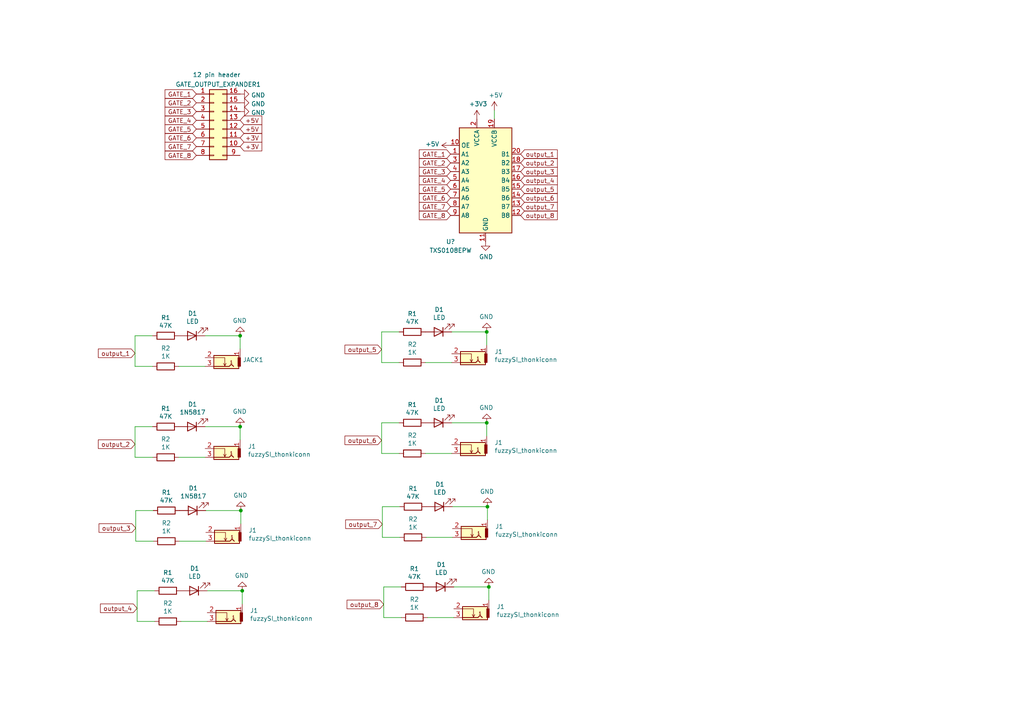
<source format=kicad_sch>
(kicad_sch (version 20230121) (generator eeschema)
  (paper "A4")
  (lib_symbols
    (symbol "Connector_Generic:Conn_02x08_Counter_Clockwise" (pin_names (offset 1.016) hide)
      (property "Reference" "J" (at 1.27 10.16 0))
      (property "Value" "Conn_02x08_Counter_Clockwise" (at 1.27 -12.7 0))
      (symbol "Conn_02x08_Counter_Clockwise_1_1"
        (rectangle (start -1.27 -10.033) (end 0 -10.287) (stroke (width 0.1524)))
        (rectangle (start -1.27 -7.493) (end 0 -7.747) (stroke (width 0.1524)))
        (rectangle (start -1.27 -4.953) (end 0 -5.207) (stroke (width 0.1524)))
        (rectangle (start -1.27 -2.413) (end 0 -2.667) (stroke (width 0.1524)))
        (rectangle (start -1.27 0.127) (end 0 -0.127) (stroke (width 0.1524)))
        (rectangle (start -1.27 2.667) (end 0 2.413) (stroke (width 0.1524)))
        (rectangle (start -1.27 5.207) (end 0 4.953) (stroke (width 0.1524)))
        (rectangle (start -1.27 7.747) (end 0 7.493) (stroke (width 0.1524)))
        (rectangle (start -1.27 8.89) (end 3.81 -11.43) (stroke (width 0.254)) (fill (type background)))
        (rectangle (start 3.81 -10.033) (end 2.54 -10.287) (stroke (width 0.1524)))
        (rectangle (start 3.81 -7.493) (end 2.54 -7.747) (stroke (width 0.1524)))
        (rectangle (start 3.81 -4.953) (end 2.54 -5.207) (stroke (width 0.1524)))
        (rectangle (start 3.81 -2.413) (end 2.54 -2.667) (stroke (width 0.1524)))
        (rectangle (start 3.81 0.127) (end 2.54 -0.127) (stroke (width 0.1524)))
        (rectangle (start 3.81 2.667) (end 2.54 2.413) (stroke (width 0.1524)))
        (rectangle (start 3.81 5.207) (end 2.54 4.953) (stroke (width 0.1524)))
        (rectangle (start 3.81 7.747) (end 2.54 7.493) (stroke (width 0.1524)))
        (pin passive line (at -5.08 7.62 0) (length 3.81) (name "Pin_1") (number "1"))
        (pin passive line (at 7.62 -7.62 180) (length 3.81) (name "Pin_10") (number "10"))
        (pin passive line (at 7.62 -5.08 180) (length 3.81) (name "Pin_11") (number "11"))
        (pin passive line (at 7.62 -2.54 180) (length 3.81) (name "Pin_12") (number "12"))
        (pin passive line (at 7.62 0 180) (length 3.81) (name "Pin_13") (number "13"))
        (pin passive line (at 7.62 2.54 180) (length 3.81) (name "Pin_14") (number "14"))
        (pin passive line (at 7.62 5.08 180) (length 3.81) (name "Pin_15") (number "15"))
        (pin passive line (at 7.62 7.62 180) (length 3.81) (name "Pin_16") (number "16"))
        (pin passive line (at -5.08 5.08 0) (length 3.81) (name "Pin_2") (number "2"))
        (pin passive line (at -5.08 2.54 0) (length 3.81) (name "Pin_3") (number "3"))
        (pin passive line (at -5.08 0 0) (length 3.81) (name "Pin_4") (number "4"))
        (pin passive line (at -5.08 -2.54 0) (length 3.81) (name "Pin_5") (number "5"))
        (pin passive line (at -5.08 -5.08 0) (length 3.81) (name "Pin_6") (number "6"))
        (pin passive line (at -5.08 -7.62 0) (length 3.81) (name "Pin_7") (number "7"))
        (pin passive line (at -5.08 -10.16 0) (length 3.81) (name "Pin_8") (number "8"))
        (pin passive line (at 7.62 -10.16 180) (length 3.81) (name "Pin_9") (number "9"))
      )
    )
    (symbol "Device:LED" (pin_numbers hide) (pin_names (offset 1.016) hide)
      (property "Reference" "D" (at 0 2.54 0))
      (property "Value" "LED" (at 0 -2.54 0))
      (symbol "LED_0_1"
        (polyline (pts (xy -1.27 -1.27) (xy -1.27 1.27)) (stroke (width 0.254)))
        (polyline (pts (xy -1.27 0) (xy 1.27 0)))
        (polyline (pts (xy 1.27 -1.27) (xy 1.27 1.27) (xy -1.27 0) (xy 1.27 -1.27)) (stroke (width 0.254)))
        (polyline (pts (xy -3.048 -0.762) (xy -4.572 -2.286) (xy -3.81 -2.286) (xy -4.572 -2.286) (xy -4.572 -1.524)))
        (polyline (pts (xy -1.778 -0.762) (xy -3.302 -2.286) (xy -2.54 -2.286) (xy -3.302 -2.286) (xy -3.302 -1.524)))
      )
      (symbol "LED_1_1"
        (pin passive line (at -3.81 0 0) (length 2.54) (name "K") (number "1"))
        (pin passive line (at 3.81 0 180) (length 2.54) (name "A") (number "2"))
      )
    )
    (symbol "Device:R" (pin_numbers hide) (pin_names (offset 0))
      (property "Reference" "R" (at 2.032 0 90))
      (property "Value" "R" (at 0 0 90))
      (symbol "R_0_1"
        (rectangle (start -1.016 -2.54) (end 1.016 2.54) (stroke (width 0.254)))
      )
      (symbol "R_1_1"
        (pin passive line (at 0 3.81 270) (length 1.27) (name "~") (number "1"))
        (pin passive line (at 0 -3.81 90) (length 1.27) (name "~") (number "2"))
      )
    )
    (symbol "Logic_LevelTranslator:TXS0108EPW"
      (property "Reference" "U" (at -6.35 16.51 0))
      (property "Value" "TXS0108EPW" (at 3.81 16.51 0))
      (symbol "TXS0108EPW_0_1"
        (rectangle (start -7.62 15.24) (end 7.62 -15.24) (stroke (width 0.254)) (fill (type background)))
      )
      (symbol "TXS0108EPW_1_1"
        (pin bidirectional line (at -10.16 7.62 0) (length 2.54) (name "A1") (number "1"))
        (pin input line (at -10.16 10.16 0) (length 2.54) (name "OE") (number "10"))
        (pin power_in line (at 0 -17.78 90) (length 2.54) (name "GND") (number "11"))
        (pin bidirectional line (at 10.16 -10.16 180) (length 2.54) (name "B8") (number "12"))
        (pin bidirectional line (at 10.16 -7.62 180) (length 2.54) (name "B7") (number "13"))
        (pin bidirectional line (at 10.16 -5.08 180) (length 2.54) (name "B6") (number "14"))
        (pin bidirectional line (at 10.16 -2.54 180) (length 2.54) (name "B5") (number "15"))
        (pin bidirectional line (at 10.16 0 180) (length 2.54) (name "B4") (number "16"))
        (pin bidirectional line (at 10.16 2.54 180) (length 2.54) (name "B3") (number "17"))
        (pin bidirectional line (at 10.16 5.08 180) (length 2.54) (name "B2") (number "18"))
        (pin power_in line (at 2.54 17.78 270) (length 2.54) (name "VCCB") (number "19"))
        (pin power_in line (at -2.54 17.78 270) (length 2.54) (name "VCCA") (number "2"))
        (pin bidirectional line (at 10.16 7.62 180) (length 2.54) (name "B1") (number "20"))
        (pin bidirectional line (at -10.16 5.08 0) (length 2.54) (name "A2") (number "3"))
        (pin bidirectional line (at -10.16 2.54 0) (length 2.54) (name "A3") (number "4"))
        (pin bidirectional line (at -10.16 0 0) (length 2.54) (name "A4") (number "5"))
        (pin bidirectional line (at -10.16 -2.54 0) (length 2.54) (name "A5") (number "6"))
        (pin bidirectional line (at -10.16 -5.08 0) (length 2.54) (name "A6") (number "7"))
        (pin bidirectional line (at -10.16 -7.62 0) (length 2.54) (name "A7") (number "8"))
        (pin bidirectional line (at -10.16 -10.16 0) (length 2.54) (name "A8") (number "9"))
      )
    )
    (symbol "power:+3V3" (power) (pin_names (offset 0))
      (property "Value" "+3V3" (at 0 3.556 0))
      (symbol "+3V3_0_1"
        (polyline (pts (xy -0.762 1.27) (xy 0 2.54)))
        (polyline (pts (xy 0 0) (xy 0 2.54)))
        (polyline (pts (xy 0 2.54) (xy 0.762 1.27)))
      )
      (symbol "+3V3_1_1"
        (pin power_in line (at 0 0 90) (length 0) hide (name "+3V3") (number "1"))
      )
    )
    (symbol "power:+5V" (power) (pin_names (offset 0))
      (property "Value" "+5V" (at 0 3.556 0))
      (symbol "+5V_0_1"
        (polyline (pts (xy -0.762 1.27) (xy 0 2.54)))
        (polyline (pts (xy 0 0) (xy 0 2.54)))
        (polyline (pts (xy 0 2.54) (xy 0.762 1.27)))
      )
      (symbol "+5V_1_1"
        (pin power_in line (at 0 0 90) (length 0) hide (name "+5V") (number "1"))
      )
    )
    (symbol "power:GND" (power) (pin_names (offset 0))
      (property "Value" "GND" (at 0 -3.81 0))
      (symbol "GND_0_1"
        (polyline (pts (xy 0 0) (xy 0 -1.27) (xy 1.27 -1.27) (xy 0 -2.54) (xy -1.27 -1.27) (xy 0 -1.27)))
      )
      (symbol "GND_1_1"
        (pin power_in line (at 0 0 270) (length 0) hide (name "GND") (number "1"))
      )
    )
    (symbol "usb_midi_clocker circuits-rescue:fuzzySI_thonkiconn-thonkiconn_jackSocket_fuzzySi" (pin_names (offset 1.016))
      (property "Reference" "J" (at -1.27 4.445 0))
      (property "Value" "thonkiconn_jackSocket_fuzzySi_fuzzySI_thonkiconn" (at 4.318 -1.778 0))
      (symbol "fuzzySI_thonkiconn-thonkiconn_jackSocket_fuzzySi_0_0"
        (text "1" (at -2.54 1.27 0) (effects (font (size 0.762 0.762))))
      )
      (symbol "fuzzySI_thonkiconn-thonkiconn_jackSocket_fuzzySi_0_1"
        (rectangle (start -4.699 3.175) (end 2.54 -0.635) (stroke (width 0.254)) (fill (type background)))
        (rectangle (start -4.445 0) (end -5.207 2.54) (fill (type outline)))
        (polyline (pts (xy -0.635 2.413) (xy -0.254 1.651)))
        (polyline (pts (xy 2.54 0) (xy -0.635 0) (xy -0.635 2.413) (xy -1.016 1.651)))
        (polyline (pts (xy 2.54 2.54) (xy -1.905 2.54) (xy -2.54 1.905) (xy -3.175 2.54)) (stroke (width 0.254)))
      )
      (symbol "fuzzySI_thonkiconn-thonkiconn_jackSocket_fuzzySi_1_1"
        (pin passive line (at -5.08 -2.54 90) (length 2.54) (name "~") (number "1"))
        (pin passive line (at 5.08 0 180) (length 2.54) (name "~") (number "2"))
        (pin passive line (at 5.08 2.54 180) (length 2.54) (name "~") (number "3"))
      )
    )
  )
  (junction (at 70.2564 171.3484))
  (junction (at 69.6468 123.7488))
  (junction (at 141.7828 170.2308))
  (junction (at 69.85 148.082))
  (junction (at 141.1732 96.266))
  (junction (at 141.1732 122.6312))
  (junction (at 141.3764 146.9644))
  (junction (at 69.6468 97.3836))
  (wire (pts (xy 131.2164 155.8544) (xy 123.5964 155.8544)))
  (wire (pts (xy 131.0132 105.156) (xy 123.3932 105.156)))
  (wire (pts (xy 110.6932 96.266) (xy 110.6932 105.156)))
  (wire (pts (xy 44.8564 171.3484) (xy 39.7764 171.3484)))
  (wire (pts (xy 59.69 156.972) (xy 52.07 156.972)))
  (wire (pts (xy 141.7828 174.0408) (xy 141.7828 170.2308)))
  (wire (pts (xy 110.6932 105.156) (xy 115.7732 105.156)))
  (wire (pts (xy 131.6228 179.1208) (xy 124.0028 179.1208)))
  (wire (pts (xy 70.2564 175.1584) (xy 70.2564 171.3484)))
  (wire (pts (xy 141.7828 170.2308) (xy 131.6228 170.2308)))
  (wire (pts (xy 70.2564 171.3484) (xy 60.0964 171.3484)))
  (wire (pts (xy 116.3828 170.2308) (xy 111.3028 170.2308)))
  (wire (pts (xy 44.45 148.082) (xy 39.37 148.082)))
  (wire (pts (xy 39.7764 171.3484) (xy 39.7764 180.2384)))
  (wire (pts (xy 110.8964 146.9644) (xy 110.8964 155.8544)))
  (wire (pts (xy 39.37 148.082) (xy 39.37 156.972)))
  (wire (pts (xy 69.6468 127.5588) (xy 69.6468 123.7488)))
  (wire (pts (xy 69.85 148.082) (xy 59.69 148.082)))
  (wire (pts (xy 110.6932 131.5212) (xy 115.7732 131.5212)))
  (wire (pts (xy 39.37 156.972) (xy 44.45 156.972)))
  (wire (pts (xy 141.1732 100.076) (xy 141.1732 96.266)))
  (wire (pts (xy 141.1732 122.6312) (xy 131.0132 122.6312)))
  (wire (pts (xy 141.1732 96.266) (xy 131.0132 96.266)))
  (wire (pts (xy 59.4868 106.2736) (xy 51.8668 106.2736)))
  (wire (pts (xy 141.1732 126.4412) (xy 141.1732 122.6312)))
  (wire (pts (xy 69.85 151.892) (xy 69.85 148.082)))
  (wire (pts (xy 60.0964 180.2384) (xy 52.4764 180.2384)))
  (wire (pts (xy 143.383 32.004) (xy 143.383 34.544)))
  (wire (pts (xy 39.7764 180.2384) (xy 44.8564 180.2384)))
  (wire (pts (xy 111.3028 170.2308) (xy 111.3028 179.1208)))
  (wire (pts (xy 39.1668 97.3836) (xy 39.1668 106.2736)))
  (wire (pts (xy 39.1668 132.6388) (xy 44.2468 132.6388)))
  (wire (pts (xy 110.8964 155.8544) (xy 115.9764 155.8544)))
  (wire (pts (xy 69.6468 97.3836) (xy 59.4868 97.3836)))
  (wire (pts (xy 44.2468 123.7488) (xy 39.1668 123.7488)))
  (wire (pts (xy 69.6468 101.1936) (xy 69.6468 97.3836)))
  (wire (pts (xy 141.3764 146.9644) (xy 131.2164 146.9644)))
  (wire (pts (xy 39.1668 106.2736) (xy 44.2468 106.2736)))
  (wire (pts (xy 141.3764 150.7744) (xy 141.3764 146.9644)))
  (wire (pts (xy 115.7732 96.266) (xy 110.6932 96.266)))
  (wire (pts (xy 59.4868 132.6388) (xy 51.8668 132.6388)))
  (wire (pts (xy 69.6468 123.7488) (xy 59.4868 123.7488)))
  (wire (pts (xy 111.3028 179.1208) (xy 116.3828 179.1208)))
  (wire (pts (xy 110.6932 122.6312) (xy 110.6932 131.5212)))
  (wire (pts (xy 39.1668 123.7488) (xy 39.1668 132.6388)))
  (wire (pts (xy 115.9764 146.9644) (xy 110.8964 146.9644)))
  (wire (pts (xy 131.0132 131.5212) (xy 123.3932 131.5212)))
  (wire (pts (xy 44.2468 97.3836) (xy 39.1668 97.3836)))
  (wire (pts (xy 115.7732 122.6312) (xy 110.6932 122.6312)))
  (global_label "output_7" (shape input) (at 151.003 59.944 0) (property "Intersheetrefs" "${INTERSHEET_REFS}" (effects hide)))
  (global_label "GATE_3" (shape input) (at 56.9468 32.3596 180) (property "Intersheetrefs" "${INTERSHEET_REFS}" (effects hide)))
  (global_label "GATE_2" (shape input) (at 130.683 47.244 180) (property "Intersheetrefs" "${INTERSHEET_REFS}" (effects hide)))
  (global_label "GATE_5" (shape input) (at 56.9468 37.4396 180) (property "Intersheetrefs" "${INTERSHEET_REFS}" (effects hide)))
  (global_label "output_8" (shape input) (at 111.3028 175.3108 180) (property "Intersheetrefs" "${INTERSHEET_REFS}" (effects hide)))
  (global_label "GATE_7" (shape input) (at 130.683 59.944 180) (property "Intersheetrefs" "${INTERSHEET_REFS}" (effects hide)))
  (global_label "+3V" (shape input) (at 69.6468 39.9796 0) (property "Intersheetrefs" "${INTERSHEET_REFS}" (effects hide)))
  (global_label "GATE_6" (shape input) (at 130.683 57.404 180) (property "Intersheetrefs" "${INTERSHEET_REFS}" (effects hide)))
  (global_label "+3V" (shape input) (at 69.6468 42.5196 0) (property "Intersheetrefs" "${INTERSHEET_REFS}" (effects hide)))
  (global_label "GATE_3" (shape input) (at 130.683 49.784 180) (property "Intersheetrefs" "${INTERSHEET_REFS}" (effects hide)))
  (global_label "+5V" (shape input) (at 69.6468 34.8996 0) (property "Intersheetrefs" "${INTERSHEET_REFS}" (effects hide)))
  (global_label "output_4" (shape input) (at 39.7764 176.4284 180) (property "Intersheetrefs" "${INTERSHEET_REFS}" (effects hide)))
  (global_label "output_8" (shape input) (at 151.003 62.484 0) (property "Intersheetrefs" "${INTERSHEET_REFS}" (effects hide)))
  (global_label "GATE_7" (shape input) (at 56.9468 42.5196 180) (property "Intersheetrefs" "${INTERSHEET_REFS}" (effects hide)))
  (global_label "output_7" (shape input) (at 110.8964 152.0444 180) (property "Intersheetrefs" "${INTERSHEET_REFS}" (effects hide)))
  (global_label "GATE_5" (shape input) (at 130.683 54.864 180) (property "Intersheetrefs" "${INTERSHEET_REFS}" (effects hide)))
  (global_label "GATE_6" (shape input) (at 56.9468 39.9796 180) (property "Intersheetrefs" "${INTERSHEET_REFS}" (effects hide)))
  (global_label "GATE_2" (shape input) (at 56.9468 29.8196 180) (property "Intersheetrefs" "${INTERSHEET_REFS}" (effects hide)))
  (global_label "output_1" (shape input) (at 39.1668 102.4636 180) (property "Intersheetrefs" "${INTERSHEET_REFS}" (effects hide)))
  (global_label "output_3" (shape input) (at 151.003 49.784 0) (property "Intersheetrefs" "${INTERSHEET_REFS}" (effects hide)))
  (global_label "output_6" (shape input) (at 110.6932 127.7112 180) (property "Intersheetrefs" "${INTERSHEET_REFS}" (effects hide)))
  (global_label "+5V" (shape input) (at 69.6468 37.4396 0) (property "Intersheetrefs" "${INTERSHEET_REFS}" (effects hide)))
  (global_label "GATE_4" (shape input) (at 56.9468 34.8996 180) (property "Intersheetrefs" "${INTERSHEET_REFS}" (effects hide)))
  (global_label "output_5" (shape input) (at 110.6932 101.346 180) (property "Intersheetrefs" "${INTERSHEET_REFS}" (effects hide)))
  (global_label "output_3" (shape input) (at 39.37 153.162 180) (property "Intersheetrefs" "${INTERSHEET_REFS}" (effects hide)))
  (global_label "output_5" (shape input) (at 151.003 54.864 0) (property "Intersheetrefs" "${INTERSHEET_REFS}" (effects hide)))
  (global_label "output_2" (shape input) (at 151.003 47.244 0) (property "Intersheetrefs" "${INTERSHEET_REFS}" (effects hide)))
  (global_label "GATE_8" (shape input) (at 130.683 62.484 180) (property "Intersheetrefs" "${INTERSHEET_REFS}" (effects hide)))
  (global_label "output_2" (shape input) (at 39.1668 128.8288 180) (property "Intersheetrefs" "${INTERSHEET_REFS}" (effects hide)))
  (global_label "GATE_1" (shape input) (at 130.683 44.704 180) (property "Intersheetrefs" "${INTERSHEET_REFS}" (effects hide)))
  (global_label "GATE_8" (shape input) (at 56.9468 45.0596 180) (property "Intersheetrefs" "${INTERSHEET_REFS}" (effects hide)))
  (global_label "GATE_1" (shape input) (at 56.9468 27.2796 180) (property "Intersheetrefs" "${INTERSHEET_REFS}" (effects hide)))
  (global_label "GATE_4" (shape input) (at 130.683 52.324 180) (property "Intersheetrefs" "${INTERSHEET_REFS}" (effects hide)))
  (global_label "output_4" (shape input) (at 151.003 52.324 0) (property "Intersheetrefs" "${INTERSHEET_REFS}" (effects hide)))
  (global_label "output_6" (shape input) (at 151.003 57.404 0) (property "Intersheetrefs" "${INTERSHEET_REFS}" (effects hide)))
  (global_label "output_1" (shape input) (at 151.003 44.704 0) (property "Intersheetrefs" "${INTERSHEET_REFS}" (effects hide)))
  (symbol (lib_id "power:GND") (at 141.7828 170.2308 180) (unit 1)
    (property "Reference" "#PWR0101" (effects hide))
    (property "Value" "GND" (at 141.6558 165.8366 0))
    (instances (project "usb_midi_clocker circuits" (path "" (reference "#PWR0101") (unit 1)) (path "" (reference "#PWR016") (unit 1))))
  )
  (symbol (lib_id "Device:LED") (at 55.6768 123.7488 180) (unit 1)
    (property "Reference" "D1" (at 55.8546 117.2718 0))
    (property "Value" "1N5817" (at 55.8546 119.5832 0))
    (property "Footprint" "Diode_THT:D_DO-41_SOD81_P10.16mm_Horizontal" (effects hide))
    (instances (project "usb_midi_clocker circuits" (path "" (reference "D1") (unit 1)) (path "" (reference "D2") (unit 1))))
  )
  (symbol (lib_id "usb_midi_clocker circuits-rescue:fuzzySI_thonkiconn-thonkiconn_jackSocket_fuzzySi") (at 64.77 154.432 180) (unit 1)
    (property "Reference" "J1" (at 72.0852 153.8224 0) (effects (justify right)))
    (property "Value" "fuzzySI_thonkiconn" (at 72.0852 156.1338 0) (effects (justify right)))
    (property "Footprint" "Connector_Audio:Jack_3.5mm_QingPu_WQP-PJ398SM_Vertical_CircularHoles" (effects hide))
    (instances (project "usb_midi_clocker circuits" (path "" (reference "J1") (unit 1)) (path "" (reference "JACK3") (unit 1))))
  )
  (symbol (lib_id "power:GND") (at 70.2564 171.3484 180) (unit 1)
    (property "Reference" "#PWR0101" (effects hide))
    (property "Value" "GND" (at 70.1294 166.9542 0))
    (instances (project "usb_midi_clocker circuits" (path "" (reference "#PWR0101") (unit 1)) (path "" (reference "#PWR040") (unit 1))))
  )
  (symbol (lib_id "Device:LED") (at 127.2032 122.6312 180) (unit 1)
    (property "Reference" "D1" (at 127.381 116.1542 0))
    (property "Value" "LED" (at 127.381 118.4656 0))
    (property "Footprint" "LED_THT:LED_D3.0mm" (effects hide))
    (instances (project "usb_midi_clocker circuits" (path "" (reference "D1") (unit 1)) (path "" (reference "DACK6") (unit 1))))
  )
  (symbol (lib_id "power:GND") (at 69.6468 27.2796 90) (unit 1)
    (property "Reference" "#PWR033" (effects hide))
    (property "Value" "GND" (at 72.8218 27.5964 90) (effects (justify right)))
    (instances (project "usb_midi_clocker circuits" (path "" (reference "#PWR033") (unit 1)) (path "" (reference "#PWR026") (unit 1))))
  )
  (symbol (lib_id "Device:LED") (at 55.6768 97.3836 180) (unit 1)
    (property "Reference" "D1" (at 55.8546 90.9066 0))
    (property "Value" "LED" (at 55.8546 93.218 0))
    (property "Footprint" "LED_THT:LED_D3.0mm" (effects hide))
  )
  (symbol (lib_id "Device:LED") (at 127.8128 170.2308 180) (unit 1)
    (property "Reference" "D1" (at 127.9906 163.7538 0))
    (property "Value" "LED" (at 127.9906 166.0652 0))
    (property "Footprint" "LED_THT:LED_D3.0mm" (effects hide))
    (instances (project "usb_midi_clocker circuits" (path "" (reference "D1") (unit 1)) (path "" (reference "DACK8") (unit 1))))
  )
  (symbol (lib_id "Device:R") (at 120.1928 179.1208 270) (unit 1)
    (property "Reference" "R2" (at 120.1928 173.863 90))
    (property "Value" "1K" (at 120.1928 176.1744 90))
    (property "Footprint" "Resistor_THT:R_Axial_DIN0309_L9.0mm_D3.2mm_P12.70mm_Horizontal" (effects hide))
    (instances (project "usb_midi_clocker circuits" (path "" (reference "R2") (unit 1)) (path "" (reference "R_JACK_8_JACK1") (unit 1))))
  )
  (symbol (lib_id "power:GND") (at 69.6468 29.8196 90) (unit 1)
    (property "Reference" "#PWR033" (effects hide))
    (property "Value" "GND" (at 72.8218 30.1364 90) (effects (justify right)))
    (instances (project "usb_midi_clocker circuits" (path "" (reference "#PWR033") (unit 1)) (path "" (reference "#PWR035") (unit 1))))
  )
  (symbol (lib_id "power:+3V3") (at 138.303 34.544 0) (unit 1)
    (property "Reference" "#PWR?" (effects hide))
    (property "Value" "+3V3" (at 138.684 30.1498 0))
    (instances (project "usb_midi_clocker circuits" (path "" (reference "#PWR?") (unit 1)) (path "" (reference "#PWR023") (unit 1))))
  )
  (symbol (lib_id "Device:R") (at 48.0568 123.7488 270) (unit 1)
    (property "Reference" "R1" (at 48.0568 118.491 90))
    (property "Value" "47K" (at 48.0568 120.8024 90))
    (property "Footprint" "Resistor_THT:R_Axial_DIN0309_L9.0mm_D3.2mm_P12.70mm_Horizontal" (effects hide))
    (instances (project "usb_midi_clocker circuits" (path "" (reference "R1") (unit 1)) (path "" (reference "R_JACK_2_LED1") (unit 1))))
  )
  (symbol (lib_id "usb_midi_clocker circuits-rescue:fuzzySI_thonkiconn-thonkiconn_jackSocket_fuzzySi") (at 136.7028 176.5808 180) (unit 1)
    (property "Reference" "J1" (at 144.018 175.9712 0) (effects (justify right)))
    (property "Value" "fuzzySI_thonkiconn" (at 144.018 178.2826 0) (effects (justify right)))
    (property "Footprint" "Connector_Audio:Jack_3.5mm_QingPu_WQP-PJ398SM_Vertical_CircularHoles" (effects hide))
    (instances (project "usb_midi_clocker circuits" (path "" (reference "J1") (unit 1)) (path "" (reference "JACK8") (unit 1))))
  )
  (symbol (lib_id "Device:R") (at 119.5832 122.6312 270) (unit 1)
    (property "Reference" "R1" (at 119.5832 117.3734 90))
    (property "Value" "47K" (at 119.5832 119.6848 90))
    (property "Footprint" "Resistor_THT:R_Axial_DIN0309_L9.0mm_D3.2mm_P12.70mm_Horizontal" (effects hide))
    (instances (project "usb_midi_clocker circuits" (path "" (reference "R1") (unit 1)) (path "" (reference "R_JACK_6_LED1") (unit 1))))
  )
  (symbol (lib_id "Device:R") (at 119.7864 155.8544 270) (unit 1)
    (property "Reference" "R2" (at 119.7864 150.5966 90))
    (property "Value" "1K" (at 119.7864 152.908 90))
    (property "Footprint" "Resistor_THT:R_Axial_DIN0309_L9.0mm_D3.2mm_P12.70mm_Horizontal" (effects hide))
    (instances (project "usb_midi_clocker circuits" (path "" (reference "R2") (unit 1)) (path "" (reference "R_JACK_7_JACK1") (unit 1))))
  )
  (symbol (lib_id "usb_midi_clocker circuits-rescue:fuzzySI_thonkiconn-thonkiconn_jackSocket_fuzzySi") (at 64.5668 130.0988 180) (unit 1)
    (property "Reference" "J1" (at 71.882 129.4892 0) (effects (justify right)))
    (property "Value" "fuzzySI_thonkiconn" (at 71.882 131.8006 0) (effects (justify right)))
    (property "Footprint" "Connector_Audio:Jack_3.5mm_QingPu_WQP-PJ398SM_Vertical_CircularHoles" (effects hide))
    (instances (project "usb_midi_clocker circuits" (path "" (reference "J1") (unit 1)) (path "" (reference "JACK2") (unit 1))))
  )
  (symbol (lib_id "Device:R") (at 120.1928 170.2308 270) (unit 1)
    (property "Reference" "R1" (at 120.1928 164.973 90))
    (property "Value" "47K" (at 120.1928 167.2844 90))
    (property "Footprint" "Resistor_THT:R_Axial_DIN0309_L9.0mm_D3.2mm_P12.70mm_Horizontal" (effects hide))
    (instances (project "usb_midi_clocker circuits" (path "" (reference "R1") (unit 1)) (path "" (reference "R_JACK_8_LED1") (unit 1))))
  )
  (symbol (lib_id "Device:R") (at 119.7864 146.9644 270) (unit 1)
    (property "Reference" "R1" (at 119.7864 141.7066 90))
    (property "Value" "47K" (at 119.7864 144.018 90))
    (property "Footprint" "Resistor_THT:R_Axial_DIN0309_L9.0mm_D3.2mm_P12.70mm_Horizontal" (effects hide))
    (instances (project "usb_midi_clocker circuits" (path "" (reference "R1") (unit 1)) (path "" (reference "R_JACK_7_LED1") (unit 1))))
  )
  (symbol (lib_id "Device:LED") (at 127.4064 146.9644 180) (unit 1)
    (property "Reference" "D1" (at 127.5842 140.4874 0))
    (property "Value" "LED" (at 127.5842 142.7988 0))
    (property "Footprint" "LED_THT:LED_D3.0mm" (effects hide))
    (instances (project "usb_midi_clocker circuits" (path "" (reference "D1") (unit 1)) (path "" (reference "DACK7") (unit 1))))
  )
  (symbol (lib_id "Device:LED") (at 127.2032 96.266 180) (unit 1)
    (property "Reference" "D1" (at 127.381 89.789 0))
    (property "Value" "LED" (at 127.381 92.1004 0))
    (property "Footprint" "LED_THT:LED_D3.0mm" (effects hide))
    (instances (project "usb_midi_clocker circuits" (path "" (reference "D1") (unit 1)) (path "" (reference "DACK5") (unit 1))))
  )
  (symbol (lib_id "Device:R") (at 48.6664 180.2384 270) (unit 1)
    (property "Reference" "R2" (at 48.6664 174.9806 90))
    (property "Value" "1K" (at 48.6664 177.292 90))
    (property "Footprint" "Resistor_THT:R_Axial_DIN0309_L9.0mm_D3.2mm_P12.70mm_Horizontal" (effects hide))
    (instances (project "usb_midi_clocker circuits" (path "" (reference "R2") (unit 1)) (path "" (reference "R_JACK_4_JACK1") (unit 1))))
  )
  (symbol (lib_id "usb_midi_clocker circuits-rescue:fuzzySI_thonkiconn-thonkiconn_jackSocket_fuzzySi") (at 136.0932 102.616 180) (unit 1)
    (property "Reference" "J1" (at 143.4084 102.0064 0) (effects (justify right)))
    (property "Value" "fuzzySI_thonkiconn" (at 143.4084 104.3178 0) (effects (justify right)))
    (property "Footprint" "Connector_Audio:Jack_3.5mm_QingPu_WQP-PJ398SM_Vertical_CircularHoles" (effects hide))
    (instances (project "usb_midi_clocker circuits" (path "" (reference "J1") (unit 1)) (path "" (reference "JACK5") (unit 1))))
  )
  (symbol (lib_id "Device:R") (at 48.0568 97.3836 270) (unit 1)
    (property "Reference" "R1" (at 48.0568 92.1258 90))
    (property "Value" "47K" (at 48.0568 94.4372 90))
    (property "Footprint" "Resistor_THT:R_Axial_DIN0309_L9.0mm_D3.2mm_P12.70mm_Horizontal" (effects hide))
    (instances (project "usb_midi_clocker circuits" (path "" (reference "R1") (unit 1)) (path "" (reference "R_JACK_1_LED1") (unit 1))))
  )
  (symbol (lib_id "Device:R") (at 48.0568 132.6388 270) (unit 1)
    (property "Reference" "R2" (at 48.0568 127.381 90))
    (property "Value" "1K" (at 48.0568 129.6924 90))
    (property "Footprint" "Resistor_THT:R_Axial_DIN0309_L9.0mm_D3.2mm_P12.70mm_Horizontal" (effects hide))
    (instances (project "usb_midi_clocker circuits" (path "" (reference "R2") (unit 1)) (path "" (reference "R_JACK_2_JACK1") (unit 1))))
  )
  (symbol (lib_id "power:GND") (at 69.85 148.082 180) (unit 1)
    (property "Reference" "#PWR0101" (effects hide))
    (property "Value" "GND" (at 69.723 143.6878 0))
    (instances (project "usb_midi_clocker circuits" (path "" (reference "#PWR0101") (unit 1)) (path "" (reference "#PWR039") (unit 1))))
  )
  (symbol (lib_id "usb_midi_clocker circuits-rescue:fuzzySI_thonkiconn-thonkiconn_jackSocket_fuzzySi") (at 64.5668 103.7336 180) (unit 1)
    (property "Reference" "JACK1" (at 70.4088 104.3599 0) (effects (justify right)))
    (property "Footprint" "doctea:Jack_3.5mm_QingPu_WQP-PJ398SM_TRS_Vertical_CircularHoles" (effects hide))
  )
  (symbol (lib_id "usb_midi_clocker circuits-rescue:fuzzySI_thonkiconn-thonkiconn_jackSocket_fuzzySi") (at 136.2964 153.3144 180) (unit 1)
    (property "Reference" "J1" (at 143.6116 152.7048 0) (effects (justify right)))
    (property "Value" "fuzzySI_thonkiconn" (at 143.6116 155.0162 0) (effects (justify right)))
    (property "Footprint" "Connector_Audio:Jack_3.5mm_QingPu_WQP-PJ398SM_Vertical_CircularHoles" (effects hide))
    (instances (project "usb_midi_clocker circuits" (path "" (reference "J1") (unit 1)) (path "" (reference "JACK7") (unit 1))))
  )
  (symbol (lib_id "power:GND") (at 141.3764 146.9644 180) (unit 1)
    (property "Reference" "#PWR0101" (effects hide))
    (property "Value" "GND" (at 141.2494 142.5702 0))
    (instances (project "usb_midi_clocker circuits" (path "" (reference "#PWR0101") (unit 1)) (path "" (reference "#PWR014") (unit 1))))
  )
  (symbol (lib_id "power:+5V") (at 143.383 32.004 0) (unit 1)
    (property "Reference" "#PWR?" (effects hide))
    (property "Value" "+5V" (at 143.764 27.6098 0))
    (instances (project "usb_midi_clocker circuits" (path "" (reference "#PWR?") (unit 1)) (path "" (reference "#PWR025") (unit 1))))
  )
  (symbol (lib_id "Device:LED") (at 56.2864 171.3484 180) (unit 1)
    (property "Reference" "D1" (at 56.4642 164.8714 0))
    (property "Value" "LED" (at 56.4642 167.1828 0))
    (property "Footprint" "LED_THT:LED_D3.0mm" (effects hide))
    (instances (project "usb_midi_clocker circuits" (path "" (reference "D1") (unit 1)) (path "" (reference "D4") (unit 1))))
  )
  (symbol (lib_id "usb_midi_clocker circuits-rescue:fuzzySI_thonkiconn-thonkiconn_jackSocket_fuzzySi") (at 65.1764 177.6984 180) (unit 1)
    (property "Reference" "J1" (at 72.4916 177.0888 0) (effects (justify right)))
    (property "Value" "fuzzySI_thonkiconn" (at 72.4916 179.4002 0) (effects (justify right)))
    (property "Footprint" "Connector_Audio:Jack_3.5mm_QingPu_WQP-PJ398SM_Vertical_CircularHoles" (effects hide))
    (instances (project "usb_midi_clocker circuits" (path "" (reference "J1") (unit 1)) (path "" (reference "JACK4") (unit 1))))
  )
  (symbol (lib_id "power:GND") (at 69.6468 97.3836 180) (unit 1)
    (property "Reference" "#PWR0101" (effects hide))
    (property "Value" "GND" (at 69.5198 92.9894 0))
    (instances (project "usb_midi_clocker circuits" (path "" (reference "#PWR0101") (unit 1)) (path "" (reference "#PWR033") (unit 1))))
  )
  (symbol (lib_id "Connector_Generic:Conn_02x08_Counter_Clockwise") (at 62.0268 34.8996 0) (unit 1)
    (property "Reference" "GATE_OUTPUT_EXPANDER1" (at 63.2968 24.4856 0))
    (property "Value" "12 pin header" (at 62.8396 21.6916 0))
    (property "Footprint" "Connector_PinHeader_2.54mm:PinHeader_2x08_P2.54mm_Vertical" (effects hide))
    (instances (project "usb_midi_clocker circuits" (path "" (reference "GATE_OUTPUT_EXPANDER1") (unit 1)) (path "" (reference "GATE_OUTPUT_EXPANDER_SATELLITE1") (unit 1))))
  )
  (symbol (lib_id "Device:R") (at 48.26 156.972 270) (unit 1)
    (property "Reference" "R2" (at 48.26 151.7142 90))
    (property "Value" "1K" (at 48.26 154.0256 90))
    (property "Footprint" "Resistor_THT:R_Axial_DIN0309_L9.0mm_D3.2mm_P12.70mm_Horizontal" (effects hide))
    (instances (project "usb_midi_clocker circuits" (path "" (reference "R2") (unit 1)) (path "" (reference "R_JACK_3_JACK1") (unit 1))))
  )
  (symbol (lib_id "Device:R") (at 119.5832 96.266 270) (unit 1)
    (property "Reference" "R1" (at 119.5832 91.0082 90))
    (property "Value" "47K" (at 119.5832 93.3196 90))
    (property "Footprint" "Resistor_THT:R_Axial_DIN0309_L9.0mm_D3.2mm_P12.70mm_Horizontal" (effects hide))
    (instances (project "usb_midi_clocker circuits" (path "" (reference "R1") (unit 1)) (path "" (reference "R_JACK_5_LED1") (unit 1))))
  )
  (symbol (lib_id "power:GND") (at 140.843 70.104 0) (unit 1)
    (property "Reference" "#PWR?" (effects hide))
    (property "Value" "GND" (at 140.97 74.4982 0))
    (instances (project "usb_midi_clocker circuits" (path "" (reference "#PWR?") (unit 1)) (path "" (reference "#PWR024") (unit 1))))
  )
  (symbol (lib_id "Device:R") (at 48.26 148.082 270) (unit 1)
    (property "Reference" "R1" (at 48.26 142.8242 90))
    (property "Value" "47K" (at 48.26 145.1356 90))
    (property "Footprint" "Resistor_THT:R_Axial_DIN0309_L9.0mm_D3.2mm_P12.70mm_Horizontal" (effects hide))
    (instances (project "usb_midi_clocker circuits" (path "" (reference "R1") (unit 1)) (path "" (reference "R_JACK_3_LED1") (unit 1))))
  )
  (symbol (lib_id "usb_midi_clocker circuits-rescue:fuzzySI_thonkiconn-thonkiconn_jackSocket_fuzzySi") (at 136.0932 128.9812 180) (unit 1)
    (property "Reference" "J1" (at 143.4084 128.3716 0) (effects (justify right)))
    (property "Value" "fuzzySI_thonkiconn" (at 143.4084 130.683 0) (effects (justify right)))
    (property "Footprint" "Connector_Audio:Jack_3.5mm_QingPu_WQP-PJ398SM_Vertical_CircularHoles" (effects hide))
    (instances (project "usb_midi_clocker circuits" (path "" (reference "J1") (unit 1)) (path "" (reference "JACK6") (unit 1))))
  )
  (symbol (lib_id "Device:R") (at 119.5832 131.5212 270) (unit 1)
    (property "Reference" "R2" (at 119.5832 126.2634 90))
    (property "Value" "1K" (at 119.5832 128.5748 90))
    (property "Footprint" "Resistor_THT:R_Axial_DIN0309_L9.0mm_D3.2mm_P12.70mm_Horizontal" (effects hide))
    (instances (project "usb_midi_clocker circuits" (path "" (reference "R2") (unit 1)) (path "" (reference "R_JACK_6_JACK1") (unit 1))))
  )
  (symbol (lib_id "Device:R") (at 48.6664 171.3484 270) (unit 1)
    (property "Reference" "R1" (at 48.6664 166.0906 90))
    (property "Value" "47K" (at 48.6664 168.402 90))
    (property "Footprint" "Resistor_THT:R_Axial_DIN0309_L9.0mm_D3.2mm_P12.70mm_Horizontal" (effects hide))
    (instances (project "usb_midi_clocker circuits" (path "" (reference "R1") (unit 1)) (path "" (reference "R_JACK_4_LED1") (unit 1))))
  )
  (symbol (lib_id "power:GND") (at 141.1732 122.6312 180) (unit 1)
    (property "Reference" "#PWR0101" (effects hide))
    (property "Value" "GND" (at 141.0462 118.237 0))
    (instances (project "usb_midi_clocker circuits" (path "" (reference "#PWR0101") (unit 1)) (path "" (reference "#PWR011") (unit 1))))
  )
  (symbol (lib_id "power:GND") (at 69.6468 123.7488 180) (unit 1)
    (property "Reference" "#PWR0101" (effects hide))
    (property "Value" "GND" (at 69.5198 119.3546 0))
    (instances (project "usb_midi_clocker circuits" (path "" (reference "#PWR0101") (unit 1)) (path "" (reference "#PWR034") (unit 1))))
  )
  (symbol (lib_id "Device:R") (at 48.0568 106.2736 270) (unit 1)
    (property "Reference" "R2" (at 48.0568 101.0158 90))
    (property "Value" "1K" (at 48.0568 103.3272 90))
    (property "Footprint" "Resistor_THT:R_Axial_DIN0309_L9.0mm_D3.2mm_P12.70mm_Horizontal" (effects hide))
    (instances (project "usb_midi_clocker circuits" (path "" (reference "R2") (unit 1)) (path "" (reference "R_JACK_1_JACK1") (unit 1))))
  )
  (symbol (lib_id "power:GND") (at 141.1732 96.266 180) (unit 1)
    (property "Reference" "#PWR0101" (effects hide))
    (property "Value" "GND" (at 141.0462 91.8718 0))
    (instances (project "usb_midi_clocker circuits" (path "" (reference "#PWR0101") (unit 1)) (path "" (reference "#PWR06") (unit 1))))
  )
  (symbol (lib_id "Device:R") (at 119.5832 105.156 270) (unit 1)
    (property "Reference" "R2" (at 119.5832 99.8982 90))
    (property "Value" "1K" (at 119.5832 102.2096 90))
    (property "Footprint" "Resistor_THT:R_Axial_DIN0309_L9.0mm_D3.2mm_P12.70mm_Horizontal" (effects hide))
    (instances (project "usb_midi_clocker circuits" (path "" (reference "R2") (unit 1)) (path "" (reference "R_JACK_5_JACK1") (unit 1))))
  )
  (symbol (lib_id "Device:LED") (at 55.88 148.082 180) (unit 1)
    (property "Reference" "D1" (at 56.0578 141.605 0))
    (property "Value" "1N5817" (at 56.0578 143.9164 0))
    (property "Footprint" "Diode_THT:D_DO-41_SOD81_P10.16mm_Horizontal" (effects hide))
    (instances (project "usb_midi_clocker circuits" (path "" (reference "D1") (unit 1)) (path "" (reference "D3") (unit 1))))
  )
  (symbol (lib_id "power:GND") (at 69.6468 32.3596 90) (unit 1)
    (property "Reference" "#PWR034" (effects hide))
    (property "Value" "GND" (at 72.8218 32.6764 90) (effects (justify right)))
    (instances (project "usb_midi_clocker circuits" (path "" (reference "#PWR034") (unit 1)) (path "" (reference "#PWR027") (unit 1))))
  )
  (symbol (lib_id "Logic_LevelTranslator:TXS0108EPW") (at 140.843 52.324 0) (unit 1)
    (property "Reference" "U?" (at 130.683 70.104 0))
    (property "Value" "TXS0108EPW" (at 130.683 72.644 0))
    (property "Footprint" "Package_SO:TSSOP-20_4.4x6.5mm_P0.65mm" (effects hide))
    (property "Datasheet" "www.ti.com/lit/ds/symlink/txs0108e.pdf" (effects hide))
    (instances (project "usb_midi_clocker circuits" (path "" (reference "U?") (unit 1)) (path "" (reference "U3") (unit 1))))
  )
  (symbol (lib_id "power:+5V") (at 130.683 42.164 90) (unit 1)
    (property "Reference" "#PWR?" (effects hide))
    (property "Value" "+5V" (at 127.4318 41.783 90) (effects (justify left)))
    (instances (project "usb_midi_clocker circuits" (path "" (reference "#PWR?") (unit 1)) (path "" (reference "#PWR022") (unit 1))))
  )
)
</source>
